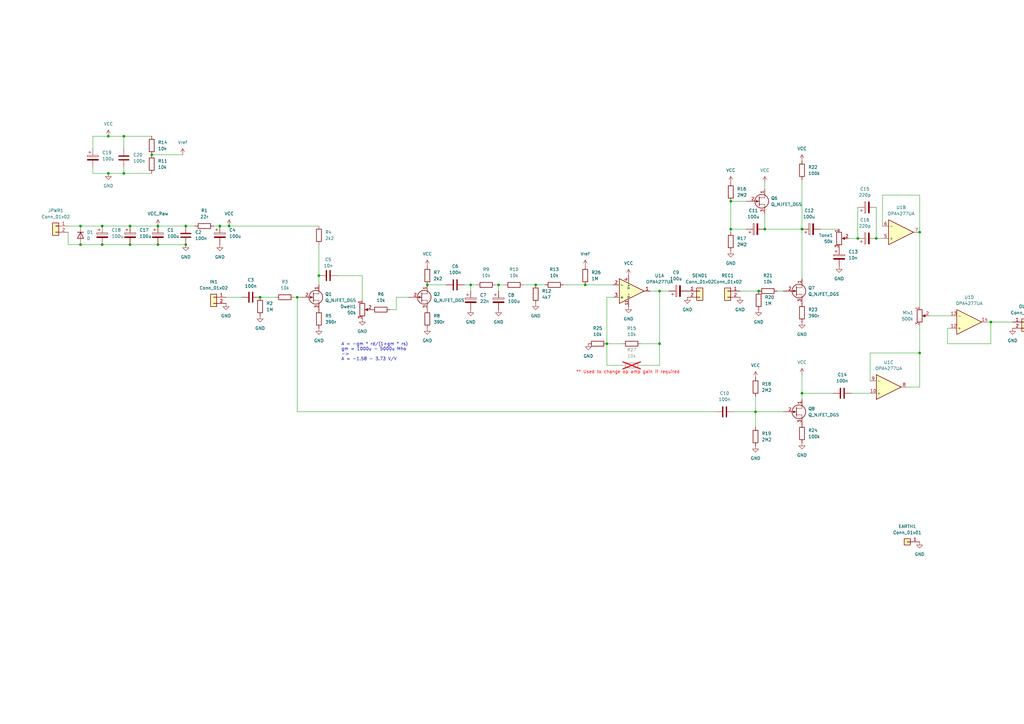
<source format=kicad_sch>
(kicad_sch (version 20231120) (generator "eeschema") (generator_version "8.0")
  (paper "A3")
  (lib_symbols
    (symbol "Connector_Generic:Conn_01x01" (pin_names (offset 1.016) hide)
      (property "Reference" "J" (at 0 2.54 0))
      (property "Value" "Conn_01x01" (at 0 -2.54 0))
      (symbol "Conn_01x01_1_1"
        (rectangle (start -1.27 0.127) (end 0 -0.127) (stroke (width 0.1524)))
        (rectangle (start -1.27 1.27) (end 1.27 -1.27) (stroke (width 0.254)) (fill (type background)))
        (pin passive line (at -5.08 0 0) (length 3.81) (name "Pin_1") (number "1"))
      )
    )
    (symbol "Device:C" (pin_numbers hide) (pin_names (offset 0.254))
      (property "Reference" "C" (at 0.635 2.54 0))
      (property "Value" "C" (at 0.635 -2.54 0))
      (symbol "C_0_1"
        (polyline (pts (xy -2.032 -0.762) (xy 2.032 -0.762)) (stroke (width 0.508)))
        (polyline (pts (xy -2.032 0.762) (xy 2.032 0.762)) (stroke (width 0.508)))
      )
      (symbol "C_1_1"
        (pin passive line (at 0 3.81 270) (length 2.794) (name "~") (number "1"))
        (pin passive line (at 0 -3.81 90) (length 2.794) (name "~") (number "2"))
      )
    )
    (symbol "Device:C_Polarized" (pin_numbers hide) (pin_names (offset 0.254))
      (property "Reference" "C" (at 0.635 2.54 0))
      (property "Value" "C_Polarized" (at 0.635 -2.54 0))
      (symbol "C_Polarized_0_1"
        (rectangle (start -2.286 0.508) (end 2.286 1.016))
        (polyline (pts (xy -1.778 2.286) (xy -0.762 2.286)))
        (polyline (pts (xy -1.27 2.794) (xy -1.27 1.778)))
        (rectangle (start 2.286 -0.508) (end -2.286 -1.016) (fill (type outline)))
      )
      (symbol "C_Polarized_1_1"
        (pin passive line (at 0 3.81 270) (length 2.794) (name "~") (number "1"))
        (pin passive line (at 0 -3.81 90) (length 2.794) (name "~") (number "2"))
      )
    )
    (symbol "Device:D" (pin_numbers hide) (pin_names (offset 1.016) hide)
      (property "Reference" "D" (at 0 2.54 0))
      (property "Value" "D" (at 0 -2.54 0))
      (symbol "D_0_1"
        (polyline (pts (xy -1.27 1.27) (xy -1.27 -1.27)) (stroke (width 0.254)))
        (polyline (pts (xy 1.27 0) (xy -1.27 0)))
        (polyline (pts (xy 1.27 1.27) (xy 1.27 -1.27) (xy -1.27 0) (xy 1.27 1.27)) (stroke (width 0.254)))
      )
      (symbol "D_1_1"
        (pin passive line (at -3.81 0 0) (length 2.54) (name "K") (number "1"))
        (pin passive line (at 3.81 0 180) (length 2.54) (name "A") (number "2"))
      )
    )
    (symbol "Device:Q_NJFET_DGS" (pin_names (offset 0) hide)
      (property "Reference" "Q" (at 5.08 1.27 0))
      (property "Value" "Q_NJFET_DGS" (at 5.08 -1.27 0))
      (symbol "Q_NJFET_DGS_0_1"
        (polyline (pts (xy 0.254 1.905) (xy 0.254 -1.905) (xy 0.254 -1.905)) (stroke (width 0.254)))
        (polyline (pts (xy 2.54 -2.54) (xy 2.54 -1.27) (xy 0.254 -1.27)))
        (polyline (pts (xy 2.54 2.54) (xy 2.54 1.397) (xy 0.254 1.397)))
        (polyline (pts (xy 0 0) (xy -1.016 0.381) (xy -1.016 -0.381) (xy 0 0)) (fill (type outline)))
        (circle (center 1.27 0) (radius 2.8194) (stroke (width 0.254)))
      )
      (symbol "Q_NJFET_DGS_1_1"
        (pin passive line (at 2.54 5.08 270) (length 2.54) (name "D") (number "1"))
        (pin input line (at -5.08 0 0) (length 5.334) (name "G") (number "2"))
        (pin passive line (at 2.54 -5.08 90) (length 2.54) (name "S") (number "3"))
      )
    )
    (symbol "Device:R" (pin_numbers hide) (pin_names (offset 0))
      (property "Reference" "R" (at 2.032 0 90))
      (property "Value" "R" (at 0 0 90))
      (symbol "R_0_1"
        (rectangle (start -1.016 -2.54) (end 1.016 2.54) (stroke (width 0.254)))
      )
      (symbol "R_1_1"
        (pin passive line (at 0 3.81 270) (length 1.27) (name "~") (number "1"))
        (pin passive line (at 0 -3.81 90) (length 1.27) (name "~") (number "2"))
      )
    )
    (symbol "Device:R_Potentiometer" (pin_names (offset 1.016) hide)
      (property "Reference" "RV" (at -4.445 0 90))
      (property "Value" "R_Potentiometer" (at -2.54 0 90))
      (symbol "R_Potentiometer_0_1"
        (polyline (pts (xy 2.54 0) (xy 1.524 0)))
        (polyline (pts (xy 1.143 0) (xy 2.286 0.508) (xy 2.286 -0.508) (xy 1.143 0)) (fill (type outline)))
        (rectangle (start 1.016 2.54) (end -1.016 -2.54) (stroke (width 0.254)))
      )
      (symbol "R_Potentiometer_1_1"
        (pin passive line (at 0 3.81 270) (length 1.27) (name "1") (number "1"))
        (pin passive line (at 3.81 0 180) (length 1.27) (name "2") (number "2"))
        (pin passive line (at 0 -3.81 90) (length 1.27) (name "3") (number "3"))
      )
    )
    (symbol "PCM_4ms_Connector:Conn_01x02" (pin_names (offset 1.016) hide)
      (property "Reference" "J" (at 0 2.54 0))
      (property "Value" "Conn_01x02" (at 0 -5.08 0))
      (symbol "Conn_01x02_1_1"
        (rectangle (start -1.27 -2.413) (end 0 -2.667) (stroke (width 0.1524)))
        (rectangle (start -1.27 0.127) (end 0 -0.127) (stroke (width 0.1524)))
        (rectangle (start -1.27 1.27) (end 1.27 -3.81) (stroke (width 0.254)) (fill (type background)))
        (pin passive line (at -5.08 0 0) (length 3.81) (name "Pin_1") (number "1"))
        (pin passive line (at -5.08 -2.54 0) (length 3.81) (name "Pin_2") (number "2"))
      )
    )
    (symbol "PCM_Amplifier_Operational_AKL:OPA4277UA" (pin_names (offset 0.2))
      (property "Reference" "U" (at 1.27 7.62 0))
      (property "Value" "OPA4277UA" (at 1.27 5.08 0))
      (symbol "OPA4277UA_0_1"
        (polyline (pts (xy -3.81 5.08) (xy -3.81 -5.08) (xy 6.35 0) (xy -3.81 5.08)) (stroke (width 0.254)) (fill (type background)))
      )
      (symbol "OPA4277UA_1_1"
        (pin output line (at 8.89 0 180) (length 2.54) (name "~") (number "1"))
        (pin power_in line (at 0 -6.35 90) (length 3.18) (name "V-") (number "11"))
        (pin input line (at -6.35 2.54 0) (length 2.54) (name "-") (number "2"))
        (pin input line (at -6.35 -2.54 0) (length 2.54) (name "+") (number "3"))
        (pin power_in line (at 0 6.35 270) (length 3.18) (name "V+") (number "4"))
      )
      (symbol "OPA4277UA_2_1"
        (pin input line (at -6.35 -2.54 0) (length 2.54) (name "+") (number "5"))
        (pin input line (at -6.35 2.54 0) (length 2.54) (name "-") (number "6"))
        (pin output line (at 8.89 0 180) (length 2.54) (name "~") (number "7"))
      )
      (symbol "OPA4277UA_3_1"
        (pin input line (at -6.35 -2.54 0) (length 2.54) (name "+") (number "10"))
        (pin output line (at 8.89 0 180) (length 2.54) (name "~") (number "8"))
        (pin input line (at -6.35 2.54 0) (length 2.54) (name "-") (number "9"))
      )
      (symbol "OPA4277UA_4_1"
        (pin input line (at -6.35 -2.54 0) (length 2.54) (name "+") (number "12"))
        (pin input line (at -6.35 2.54 0) (length 2.54) (name "-") (number "13"))
        (pin output line (at 8.89 0 180) (length 2.54) (name "~") (number "14"))
      )
    )
    (symbol "power:GND" (power) (pin_numbers hide) (pin_names (offset 0) hide)
      (property "Value" "GND" (at 0 -3.81 0))
      (symbol "GND_0_1"
        (polyline (pts (xy 0 0) (xy 0 -1.27) (xy 1.27 -1.27) (xy 0 -2.54) (xy -1.27 -1.27) (xy 0 -1.27)))
      )
      (symbol "GND_1_1"
        (pin power_in line (at 0 0 270) (length 0) (name "~") (number "1"))
      )
    )
    (symbol "power:VCC" (power) (pin_numbers hide) (pin_names (offset 0) hide)
      (property "Value" "VCC" (at 0 3.556 0))
      (symbol "VCC_0_1"
        (polyline (pts (xy -0.762 1.27) (xy 0 2.54)))
        (polyline (pts (xy 0 0) (xy 0 2.54)))
        (polyline (pts (xy 0 2.54) (xy 0.762 1.27)))
      )
      (symbol "VCC_1_1"
        (pin power_in line (at 0 0 90) (length 0) (name "~") (number "1"))
      )
    )
  )
  (junction (at 311.15 119.38))
  (junction (at 248.92 140.97))
  (junction (at 130.81 113.03))
  (junction (at 359.41 97.79))
  (junction (at 240.03 116.84))
  (junction (at 377.19 95.25))
  (junction (at 50.8 55.88))
  (junction (at 64.77 100.33))
  (junction (at 41.91 92.71))
  (junction (at 351.79 97.79))
  (junction (at 33.02 100.33))
  (junction (at 328.93 161.29))
  (junction (at 90.17 92.71))
  (junction (at 270.51 140.97))
  (junction (at 62.23 63.5))
  (junction (at 50.8 71.12))
  (junction (at 328.93 93.98))
  (junction (at 299.72 82.55))
  (junction (at 219.71 116.84))
  (junction (at 406.4 132.08))
  (junction (at 44.45 55.88))
  (junction (at 53.34 92.71))
  (junction (at 44.45 71.12))
  (junction (at 93.98 92.71))
  (junction (at 76.2 92.71))
  (junction (at 121.92 121.92))
  (junction (at 299.72 93.98))
  (junction (at 33.02 92.71))
  (junction (at 313.69 93.98))
  (junction (at 309.88 168.91))
  (junction (at 76.2 100.33))
  (junction (at 53.34 100.33))
  (junction (at 41.91 100.33))
  (junction (at 377.19 144.78))
  (junction (at 193.04 116.84))
  (junction (at 64.77 92.71))
  (junction (at 106.68 121.92))
  (junction (at 270.51 119.38))
  (junction (at 204.47 116.84))
  (junction (at 175.26 116.84))
  (wire (pts (xy 92.71 121.92) (xy 99.06 121.92)))
  (wire (pts (xy 248.92 149.86) (xy 248.92 140.97)))
  (wire (pts (xy 309.88 168.91) (xy 309.88 175.26)))
  (wire (pts (xy 389.89 134.62) (xy 388.62 134.62)))
  (wire (pts (xy 359.41 85.09) (xy 359.41 97.79)))
  (wire (pts (xy 41.91 92.71) (xy 33.02 92.71)))
  (wire (pts (xy 219.71 116.84) (xy 214.63 116.84)))
  (wire (pts (xy 148.59 123.19) (xy 148.59 113.03)))
  (wire (pts (xy 223.52 116.84) (xy 219.71 116.84)))
  (wire (pts (xy 347.98 97.79) (xy 351.79 97.79)))
  (wire (pts (xy 356.87 156.21) (xy 356.87 144.78)))
  (wire (pts (xy 41.91 100.33) (xy 53.34 100.33)))
  (wire (pts (xy 50.8 71.12) (xy 62.23 71.12)))
  (wire (pts (xy 351.79 85.09) (xy 351.79 97.79)))
  (wire (pts (xy 311.15 119.38) (xy 303.53 119.38)))
  (wire (pts (xy 113.03 121.92) (xy 106.68 121.92)))
  (wire (pts (xy 93.98 92.71) (xy 130.81 92.71)))
  (wire (pts (xy 76.2 92.71) (xy 80.01 92.71)))
  (wire (pts (xy 193.04 116.84) (xy 193.04 119.38)))
  (wire (pts (xy 64.77 100.33) (xy 76.2 100.33)))
  (wire (pts (xy 44.45 55.88) (xy 50.8 55.88)))
  (wire (pts (xy 274.32 119.38) (xy 270.51 119.38)))
  (wire (pts (xy 121.92 121.92) (xy 120.65 121.92)))
  (wire (pts (xy 53.34 92.71) (xy 41.91 92.71)))
  (wire (pts (xy 27.94 100.33) (xy 33.02 100.33)))
  (wire (pts (xy 162.56 127) (xy 160.02 127)))
  (wire (pts (xy 148.59 113.03) (xy 138.43 113.03)))
  (wire (pts (xy 93.98 92.71) (xy 90.17 92.71)))
  (wire (pts (xy 207.01 116.84) (xy 204.47 116.84)))
  (wire (pts (xy 328.93 161.29) (xy 328.93 163.83)))
  (wire (pts (xy 262.89 140.97) (xy 270.51 140.97)))
  (wire (pts (xy 204.47 116.84) (xy 204.47 119.38)))
  (wire (pts (xy 262.89 149.86) (xy 270.51 149.86)))
  (wire (pts (xy 90.17 92.71) (xy 87.63 92.71)))
  (wire (pts (xy 361.95 80.01) (xy 377.19 80.01)))
  (wire (pts (xy 123.19 121.92) (xy 121.92 121.92)))
  (wire (pts (xy 27.94 95.25) (xy 27.94 100.33)))
  (wire (pts (xy 377.19 133.35) (xy 377.19 144.78)))
  (wire (pts (xy 33.02 92.71) (xy 27.94 92.71)))
  (wire (pts (xy 50.8 55.88) (xy 62.23 55.88)))
  (wire (pts (xy 313.69 93.98) (xy 328.93 93.98)))
  (wire (pts (xy 344.17 93.98) (xy 336.55 93.98)))
  (wire (pts (xy 130.81 100.33) (xy 130.81 113.03)))
  (wire (pts (xy 313.69 93.98) (xy 313.69 87.63)))
  (wire (pts (xy 64.77 92.71) (xy 53.34 92.71)))
  (wire (pts (xy 306.07 82.55) (xy 299.72 82.55)))
  (wire (pts (xy 240.03 116.84) (xy 251.46 116.84)))
  (wire (pts (xy 50.8 60.96) (xy 50.8 55.88)))
  (wire (pts (xy 53.34 100.33) (xy 64.77 100.33)))
  (wire (pts (xy 406.4 132.08) (xy 405.13 132.08)))
  (wire (pts (xy 182.88 116.84) (xy 175.26 116.84)))
  (wire (pts (xy 299.72 93.98) (xy 306.07 93.98)))
  (wire (pts (xy 377.19 144.78) (xy 377.19 158.75)))
  (wire (pts (xy 328.93 93.98) (xy 328.93 114.3)))
  (wire (pts (xy 38.1 60.96) (xy 38.1 55.88)))
  (wire (pts (xy 321.31 119.38) (xy 318.77 119.38)))
  (wire (pts (xy 328.93 73.66) (xy 328.93 93.98)))
  (wire (pts (xy 270.51 119.38) (xy 270.51 140.97)))
  (wire (pts (xy 361.95 92.71) (xy 361.95 80.01)))
  (wire (pts (xy 270.51 119.38) (xy 266.7 119.38)))
  (wire (pts (xy 293.37 168.91) (xy 121.92 168.91)))
  (wire (pts (xy 38.1 68.58) (xy 38.1 71.12)))
  (wire (pts (xy 299.72 93.98) (xy 299.72 95.25)))
  (wire (pts (xy 377.19 158.75) (xy 372.11 158.75)))
  (wire (pts (xy 270.51 149.86) (xy 270.51 140.97)))
  (wire (pts (xy 44.45 71.12) (xy 50.8 71.12)))
  (wire (pts (xy 388.62 140.97) (xy 406.4 140.97)))
  (wire (pts (xy 356.87 144.78) (xy 377.19 144.78)))
  (wire (pts (xy 381 129.54) (xy 389.89 129.54)))
  (wire (pts (xy 50.8 68.58) (xy 50.8 71.12)))
  (wire (pts (xy 130.81 113.03) (xy 130.81 116.84)))
  (wire (pts (xy 377.19 95.25) (xy 377.19 125.73)))
  (wire (pts (xy 38.1 55.88) (xy 44.45 55.88)))
  (wire (pts (xy 406.4 132.08) (xy 415.29 132.08)))
  (wire (pts (xy 62.23 63.5) (xy 74.93 63.5)))
  (wire (pts (xy 328.93 153.67) (xy 328.93 161.29)))
  (wire (pts (xy 299.72 82.55) (xy 299.72 93.98)))
  (wire (pts (xy 309.88 168.91) (xy 321.31 168.91)))
  (wire (pts (xy 313.69 74.93) (xy 313.69 77.47)))
  (wire (pts (xy 248.92 121.92) (xy 251.46 121.92)))
  (wire (pts (xy 167.64 121.92) (xy 162.56 121.92)))
  (wire (pts (xy 204.47 116.84) (xy 203.2 116.84)))
  (wire (pts (xy 255.27 140.97) (xy 248.92 140.97)))
  (wire (pts (xy 193.04 116.84) (xy 195.58 116.84)))
  (wire (pts (xy 162.56 121.92) (xy 162.56 127)))
  (wire (pts (xy 377.19 80.01) (xy 377.19 95.25)))
  (wire (pts (xy 231.14 116.84) (xy 240.03 116.84)))
  (wire (pts (xy 64.77 92.71) (xy 76.2 92.71)))
  (wire (pts (xy 93.98 92.71) (xy 93.98 91.44)))
  (wire (pts (xy 121.92 168.91) (xy 121.92 121.92)))
  (wire (pts (xy 356.87 161.29) (xy 349.25 161.29)))
  (wire (pts (xy 300.99 168.91) (xy 309.88 168.91)))
  (wire (pts (xy 406.4 132.08) (xy 406.4 140.97)))
  (wire (pts (xy 193.04 116.84) (xy 190.5 116.84)))
  (wire (pts (xy 38.1 71.12) (xy 44.45 71.12)))
  (wire (pts (xy 309.88 162.56) (xy 309.88 168.91)))
  (wire (pts (xy 33.02 100.33) (xy 41.91 100.33)))
  (wire (pts (xy 255.27 149.86) (xy 248.92 149.86)))
  (wire (pts (xy 341.63 161.29) (xy 328.93 161.29)))
  (wire (pts (xy 388.62 134.62) (xy 388.62 140.97)))
  (wire (pts (xy 361.95 97.79) (xy 359.41 97.79)))
  (wire (pts (xy 248.92 121.92) (xy 248.92 140.97)))
  (text "** Used to change op amp gain if required\n" (at 257.556 152.654 0) (effects (font (size 1.27 1.27))))
  (text "A = -gm * rd/(1+gm * rs)\ngm = 1000u - 5000u Mho\n->\nA = -1.58 - 3.73 V/V" (at 139.954 144.272 0) (effects (font (size 1.27 1.27)) (justify left)))
  (symbol (lib_id "Device:C_Polarized") (at 309.88 93.98 90) (unit 1)
    (property "Reference" "C11" (at 308.991 86.36 90))
    (property "Value" "100u" (at 308.991 88.9 90))
    (property "Footprint" "Capacitor_SMD:C_0805_2012Metric_Pad1.18x1.45mm_HandSolder" (effects (hide yes)))
    (property "Description" "Polarized capacitor" (effects (hide yes)))
  )
  (symbol (lib_id "power:GND") (at 106.68 129.54 0) (unit 1)
    (property "Reference" "#PWR04" (effects (hide yes)))
    (property "Value" "GND" (at 106.68 134.62 0))
    (property "Description" "Power symbol creates a global label with name \"GND\" , ground" (effects (hide yes)))
  )
  (symbol (lib_id "Device:R") (at 328.93 177.8 180) (unit 1)
    (property "Reference" "R24" (at 331.47 176.5299 0) (effects (justify right)))
    (property "Value" "100k" (at 331.47 179.0699 0) (effects (justify right)))
    (property "Footprint" "Resistor_SMD:R_0815_2038Metric_Pad1.20x4.05mm_HandSolder" (effects (hide yes)))
    (property "Description" "Resistor" (effects (hide yes)))
  )
  (symbol (lib_id "power:VCC") (at 240.03 109.22 0) (unit 1)
    (property "Reference" "#PWR017" (effects (hide yes)))
    (property "Value" "Vref" (at 240.03 104.14 0))
    (property "Description" "Power symbol creates a global label with name \"VCC\"" (effects (hide yes)))
  )
  (symbol (lib_id "Device:R") (at 62.23 59.69 0) (unit 1)
    (property "Reference" "R14" (at 64.77 58.4199 0) (effects (justify left)))
    (property "Value" "10k" (at 64.77 60.9599 0) (effects (justify left)))
    (property "Footprint" "Resistor_SMD:R_0815_2038Metric_Pad1.20x4.05mm_HandSolder" (effects (hide yes)))
    (property "Description" "Resistor" (effects (hide yes)))
  )
  (symbol (lib_id "Device:C_Polarized") (at 278.13 119.38 90) (unit 1)
    (property "Reference" "C9" (at 277.241 111.76 90))
    (property "Value" "100u" (at 277.241 114.3 90))
    (property "Footprint" "Capacitor_SMD:C_0805_2012Metric_Pad1.18x1.45mm_HandSolder" (effects (hide yes)))
    (property "Description" "Polarized capacitor" (effects (hide yes)))
  )
  (symbol (lib_id "Device:Q_NJFET_DGS") (at 172.72 121.92 0) (unit 1)
    (property "Reference" "Q2" (at 177.8 120.6499 0) (effects (justify left)))
    (property "Value" "Q_NJFET_DGS" (at 177.8 123.1899 0) (effects (justify left)))
    (property "Footprint" "PCM_Package_TO_SOT_SMD_AKL:SOT-23" (effects (hide yes)))
    (property "Description" "N-JFET transistor, drain/gate/source" (effects (hide yes)))
  )
  (symbol (lib_id "power:VCC") (at 328.93 66.04 0) (unit 1)
    (property "Reference" "#PWR026" (effects (hide yes)))
    (property "Value" "VCC" (at 328.93 60.96 0))
    (property "Description" "Power symbol creates a global label with name \"VCC\"" (effects (hide yes)))
  )
  (symbol (lib_id "power:GND") (at 299.72 102.87 0) (unit 1)
    (property "Reference" "#PWR020" (effects (hide yes)))
    (property "Value" "GND" (at 299.72 107.95 0))
    (property "Description" "Power symbol creates a global label with name \"GND\" , ground" (effects (hide yes)))
  )
  (symbol (lib_id "power:GND") (at 90.17 100.33 0) (unit 1)
    (property "Reference" "#PWR05" (effects (hide yes)))
    (property "Value" "GND" (at 90.17 105.41 0))
    (property "Description" "Power symbol creates a global label with name \"GND\" , ground" (effects (hide yes)))
  )
  (symbol (lib_id "Device:C") (at 102.87 121.92 90) (unit 1)
    (property "Reference" "C3" (at 102.87 114.8224 90))
    (property "Value" "100n" (at 102.87 117.3624 90))
    (property "Footprint" "Capacitor_SMD:C_0805_2012Metric_Pad1.18x1.45mm_HandSolder" (effects (hide yes)))
    (property "Description" "Unpolarized capacitor" (effects (hide yes)))
  )
  (symbol (lib_id "Device:C_Polarized") (at 38.1 64.77 0) (unit 1)
    (property "Reference" "C19" (at 41.91 62.6109 0) (effects (justify left)))
    (property "Value" "100u" (at 41.91 65.1509 0) (effects (justify left)))
    (property "Footprint" "Capacitor_SMD:C_0805_2012Metric_Pad1.18x1.45mm_HandSolder" (effects (hide yes)))
    (property "Description" "Polarized capacitor" (effects (hide yes)))
  )
  (symbol (lib_id "power:GND") (at 303.53 121.92 0) (unit 1)
    (property "Reference" "#PWR021" (effects (hide yes)))
    (property "Value" "GND" (at 303.53 127 0))
    (property "Description" "Power symbol creates a global label with name \"GND\" , ground" (effects (hide yes)))
  )
  (symbol (lib_id "power:GND") (at 219.71 124.46 0) (unit 1)
    (property "Reference" "#PWR015" (effects (hide yes)))
    (property "Value" "GND" (at 219.71 129.54 0))
    (property "Description" "Power symbol creates a global label with name \"GND\" , ground" (effects (hide yes)))
  )
  (symbol (lib_id "Device:C") (at 76.2 96.52 0) (unit 1)
    (property "Reference" "C2" (at 80.01 95.2499 0) (effects (justify left)))
    (property "Value" "100n" (at 80.01 97.7899 0) (effects (justify left)))
    (property "Footprint" "Capacitor_SMD:C_0805_2012Metric_Pad1.18x1.45mm_HandSolder" (effects (hide yes)))
    (property "Description" "Unpolarized capacitor" (effects (hide yes)))
  )
  (symbol (lib_id "Device:C_Polarized") (at 90.17 96.52 0) (unit 1)
    (property "Reference" "C4" (at 93.98 94.3609 0) (effects (justify left)))
    (property "Value" "100u" (at 93.98 96.9009 0) (effects (justify left)))
    (property "Footprint" "Capacitor_SMD:C_0805_2012Metric_Pad1.18x1.45mm_HandSolder" (effects (hide yes)))
    (property "Description" "Polarized capacitor" (effects (hide yes)))
  )
  (symbol (lib_id "PCM_4ms_Connector:Conn_01x02") (at 87.63 121.92 0) (mirror y) (unit 1)
    (property "Reference" "IN1" (at 87.63 115.57 0))
    (property "Value" "Conn_01x02" (at 87.63 118.11 0))
    (property "Footprint" "Connector_PinSocket_2.54mm:PinSocket_1x02_P2.54mm_Vertical" (effects (hide yes)))
    (property "Description" "HEADER 1x2 MALE PINS 0.100” 180deg" (effects (hide yes)))
    (property "Specifications" "Pins_01x02, Header, Male Pins, 1*2, spacing 2.54mm, straight pin" (effects (hide yes)))
    (property "Manufacturer" "TAD" (effects (hide yes)))
    (property "Part Number" "1-0201FBV0T" (effects (hide yes)))
  )
  (symbol (lib_id "PCM_4ms_Connector:Conn_01x02") (at 420.37 132.08 0) (unit 1)
    (property "Reference" "OUT1" (at 420.37 125.73 0))
    (property "Value" "Conn_01x02" (at 420.37 128.27 0))
    (property "Footprint" "Connector_PinSocket_2.54mm:PinSocket_1x02_P2.54mm_Vertical" (effects (hide yes)))
    (property "Description" "HEADER 1x2 MALE PINS 0.100” 180deg" (effects (hide yes)))
    (property "Specifications" "Pins_01x02, Header, Male Pins, 1*2, spacing 2.54mm, straight pin" (effects (hide yes)))
    (property "Manufacturer" "TAD" (effects (hide yes)))
    (property "Part Number" "1-0201FBV0T" (effects (hide yes)))
  )
  (symbol (lib_id "Device:Q_NJFET_DGS") (at 311.15 82.55 0) (unit 1)
    (property "Reference" "Q6" (at 316.23 81.2799 0) (effects (justify left)))
    (property "Value" "Q_NJFET_DGS" (at 316.23 83.8199 0) (effects (justify left)))
    (property "Footprint" "PCM_Package_TO_SOT_SMD_AKL:SOT-23" (effects (hide yes)))
    (property "Description" "N-JFET transistor, drain/gate/source" (effects (hide yes)))
  )
  (symbol (lib_id "Device:R") (at 227.33 116.84 270) (unit 1)
    (property "Reference" "R13" (at 227.33 110.49 90))
    (property "Value" "10k" (at 227.33 113.03 90))
    (property "Footprint" "Resistor_SMD:R_0815_2038Metric_Pad1.20x4.05mm_HandSolder" (effects (hide yes)))
    (property "Description" "Resistor" (effects (hide yes)))
  )
  (symbol (lib_id "power:VCC") (at 313.69 74.93 0) (unit 1)
    (property "Reference" "#PWR025" (effects (hide yes)))
    (property "Value" "VCC" (at 313.69 69.85 0))
    (property "Description" "Power symbol creates a global label with name \"VCC\"" (effects (hide yes)))
  )
  (symbol (lib_id "power:GND") (at 175.26 134.62 0) (unit 1)
    (property "Reference" "#PWR010" (effects (hide yes)))
    (property "Value" "GND" (at 175.26 139.7 0))
    (property "Description" "Power symbol creates a global label with name \"GND\" , ground" (effects (hide yes)))
  )
  (symbol (lib_id "Device:C_Polarized") (at 204.47 123.19 0) (unit 1)
    (property "Reference" "C8" (at 208.28 121.0309 0) (effects (justify left)))
    (property "Value" "100u" (at 208.28 123.5709 0) (effects (justify left)))
    (property "Footprint" "Capacitor_SMD:C_0805_2012Metric_Pad1.18x1.45mm_HandSolder" (effects (hide yes)))
    (property "Description" "Polarized capacitor" (effects (hide yes)))
  )
  (symbol (lib_id "Device:R") (at 219.71 120.65 0) (unit 1)
    (property "Reference" "R12" (at 222.25 119.3799 0) (effects (justify left)))
    (property "Value" "4k7" (at 222.25 121.9199 0) (effects (justify left)))
    (property "Footprint" "Resistor_SMD:R_0815_2038Metric_Pad1.20x4.05mm_HandSolder" (effects (hide yes)))
    (property "Description" "Resistor" (effects (hide yes)))
  )
  (symbol (lib_id "power:VCC") (at 328.93 153.67 0) (unit 1)
    (property "Reference" "#PWR028" (effects (hide yes)))
    (property "Value" "VCC" (at 328.93 148.59 0))
    (property "Description" "Power symbol creates a global label with name \"VCC\"" (effects (hide yes)))
  )
  (symbol (lib_id "power:VCC") (at 93.98 92.71 0) (unit 1)
    (property "Reference" "#PWR06" (effects (hide yes)))
    (property "Value" "VCC" (at 93.98 87.63 0))
    (property "Description" "Power symbol creates a global label with name \"VCC\"" (effects (hide yes)))
  )
  (symbol (lib_id "Device:C_Polarized") (at 41.91 96.52 0) (unit 1)
    (property "Reference" "C18" (at 45.72 94.3609 0) (effects (justify left)))
    (property "Value" "100u" (at 45.72 96.9009 0) (effects (justify left)))
    (property "Footprint" "Capacitor_SMD:C_0805_2012Metric_Pad1.18x1.45mm_HandSolder" (effects (hide yes)))
    (property "Description" "Polarized capacitor" (effects (hide yes)))
  )
  (symbol (lib_id "power:GND") (at 309.88 182.88 0) (unit 1)
    (property "Reference" "#PWR023" (effects (hide yes)))
    (property "Value" "GND" (at 309.88 187.96 0))
    (property "Description" "Power symbol creates a global label with name \"GND\" , ground" (effects (hide yes)))
  )
  (symbol (lib_id "Device:R") (at 245.11 140.97 270) (unit 1)
    (property "Reference" "R25" (at 245.11 134.62 90))
    (property "Value" "10k" (at 245.11 137.16 90))
    (property "Footprint" "Resistor_SMD:R_0815_2038Metric_Pad1.20x4.05mm_HandSolder" (effects (hide yes)))
    (property "Description" "Resistor" (effects (hide yes)))
  )
  (symbol (lib_id "Device:R") (at 62.23 67.31 0) (unit 1)
    (property "Reference" "R11" (at 64.77 66.0399 0) (effects (justify left)))
    (property "Value" "10k" (at 64.77 68.5799 0) (effects (justify left)))
    (property "Footprint" "Resistor_SMD:R_0815_2038Metric_Pad1.20x4.05mm_HandSolder" (effects (hide yes)))
    (property "Description" "Resistor" (effects (hide yes)))
  )
  (symbol (lib_id "Device:R") (at 311.15 123.19 180) (unit 1)
    (property "Reference" "R20" (at 313.69 121.9199 0) (effects (justify right)))
    (property "Value" "1M" (at 313.69 124.4599 0) (effects (justify right)))
    (property "Footprint" "Resistor_SMD:R_0815_2038Metric_Pad1.20x4.05mm_HandSolder" (effects (hide yes)))
    (property "Description" "Resistor" (effects (hide yes)))
  )
  (symbol (lib_id "Device:R") (at 309.88 158.75 180) (unit 1)
    (property "Reference" "R18" (at 312.42 157.4799 0) (effects (justify right)))
    (property "Value" "2M2" (at 312.42 160.0199 0) (effects (justify right)))
    (property "Footprint" "Resistor_SMD:R_0815_2038Metric_Pad1.20x4.05mm_HandSolder" (effects (hide yes)))
    (property "Description" "Resistor" (effects (hide yes)))
  )
  (symbol (lib_id "Device:Q_NJFET_DGS") (at 326.39 119.38 0) (unit 1)
    (property "Reference" "Q7" (at 331.47 118.1099 0) (effects (justify left)))
    (property "Value" "Q_NJFET_DGS" (at 331.47 120.6499 0) (effects (justify left)))
    (property "Footprint" "PCM_Package_TO_SOT_SMD_AKL:SOT-23" (effects (hide yes)))
    (property "Description" "N-JFET transistor, drain/gate/source" (effects (hide yes)))
  )
  (symbol (lib_id "power:VCC") (at 309.88 154.94 0) (unit 1)
    (property "Reference" "#PWR022" (effects (hide yes)))
    (property "Value" "VCC" (at 309.88 149.86 0))
    (property "Description" "Power symbol creates a global label with name \"VCC\"" (effects (hide yes)))
  )
  (symbol (lib_id "Device:R") (at 299.72 99.06 180) (unit 1)
    (property "Reference" "R17" (at 302.26 97.7899 0) (effects (justify right)))
    (property "Value" "2M2" (at 302.26 100.3299 0) (effects (justify right)))
    (property "Footprint" "Resistor_SMD:R_0815_2038Metric_Pad1.20x4.05mm_HandSolder" (effects (hide yes)))
    (property "Description" "Resistor" (effects (hide yes)))
  )
  (symbol (lib_id "Device:R") (at 106.68 125.73 180) (unit 1)
    (property "Reference" "R2" (at 109.22 124.4599 0) (effects (justify right)))
    (property "Value" "1M" (at 109.22 126.9999 0) (effects (justify right)))
    (property "Footprint" "Resistor_SMD:R_0815_2038Metric_Pad1.20x4.05mm_HandSolder" (effects (hide yes)))
    (property "Description" "Resistor" (effects (hide yes)))
  )
  (symbol (lib_id "Device:C_Polarized") (at 344.17 105.41 0) (unit 1)
    (property "Reference" "C13" (at 347.98 103.2509 0) (effects (justify left)))
    (property "Value" "10n" (at 347.98 105.7909 0) (effects (justify left)))
    (property "Footprint" "Capacitor_SMD:C_0805_2012Metric_Pad1.18x1.45mm_HandSolder" (effects (hide yes)))
    (property "Description" "Polarized capacitor" (effects (hide yes)))
  )
  (symbol (lib_id "Device:R") (at 156.21 127 270) (unit 1)
    (property "Reference" "R6" (at 156.21 120.65 90))
    (property "Value" "10k" (at 156.21 123.19 90))
    (property "Footprint" "Resistor_SMD:R_0815_2038Metric_Pad1.20x4.05mm_HandSolder" (effects (hide yes)))
    (property "Description" "Resistor" (effects (hide yes)))
  )
  (symbol (lib_id "power:VCC") (at 299.72 74.93 0) (unit 1)
    (property "Reference" "#PWR019" (effects (hide yes)))
    (property "Value" "VCC" (at 299.72 69.85 0))
    (property "Description" "Power symbol creates a global label with name \"VCC\"" (effects (hide yes)))
  )
  (symbol (lib_id "Device:R") (at 175.26 130.81 180) (unit 1)
    (property "Reference" "R8" (at 177.8 129.5399 0) (effects (justify right)))
    (property "Value" "390r" (at 177.8 132.0799 0) (effects (justify right)))
    (property "Footprint" "Resistor_SMD:R_0815_2038Metric_Pad1.20x4.05mm_HandSolder" (effects (hide yes)))
    (property "Description" "Resistor" (effects (hide yes)))
  )
  (symbol (lib_id "Device:C") (at 186.69 116.84 90) (unit 1)
    (property "Reference" "C6" (at 186.69 109.22 90))
    (property "Value" "100n" (at 186.69 111.76 90))
    (property "Footprint" "Capacitor_SMD:C_0805_2012Metric_Pad1.18x1.45mm_HandSolder" (effects (hide yes)))
    (property "Description" "Unpolarized capacitor" (effects (hide yes)))
  )
  (symbol (lib_id "power:GND") (at 92.71 124.46 0) (unit 1)
    (property "Reference" "#PWR02" (effects (hide yes)))
    (property "Value" "GND" (at 92.71 129.54 0))
    (property "Description" "Power symbol creates a global label with name \"GND\" , ground" (effects (hide yes)))
  )
  (symbol (lib_id "power:GND") (at 241.3 140.97 0) (unit 1)
    (property "Reference" "#PWR016" (effects (hide yes)))
    (property "Value" "GND" (at 241.3 146.05 0))
    (property "Description" "Power symbol creates a global label with name \"GND\" , ground" (effects (hide yes)))
  )
  (symbol (lib_id "power:GND") (at 377.19 222.25 0) (unit 1)
    (property "Reference" "#PWR032" (effects (hide yes)))
    (property "Value" "GND" (at 377.19 227.33 0))
    (property "Description" "Power symbol creates a global label with name \"GND\" , ground" (effects (hide yes)))
  )
  (symbol (lib_id "PCM_Amplifier_Operational_AKL:OPA4277UA") (at 363.22 158.75 0) (unit 3)
    (property "Reference" "U1" (at 364.49 148.59 0))
    (property "Value" "OPA4277UA" (at 364.49 151.13 0))
    (property "Footprint" "PCM_Package_SO_AKL:SOIC-14_3.9x8.7mm_P1.27mm" (effects (hide yes)))
    (property "Datasheet" "https://www.ti.com/lit/ds/symlink/opa4277.pdf" (effects (hide yes)))
    (property "Description" "SO-14 Quad Precision Operational Amplifier, 50μV Offset, 1μV/°C Drift, 1MHz GBW, Alternate KiCAD Library" (effects (hide yes)))
  )
  (symbol (lib_id "PCM_4ms_Connector:Conn_01x02") (at 287.02 119.38 0) (unit 1)
    (property "Reference" "SEND1" (at 287.02 113.03 0))
    (property "Value" "Conn_01x02" (at 287.02 115.57 0))
    (property "Footprint" "Connector_PinSocket_2.54mm:PinSocket_1x02_P2.54mm_Vertical" (effects (hide yes)))
    (property "Description" "HEADER 1x2 MALE PINS 0.100” 180deg" (effects (hide yes)))
    (property "Specifications" "Pins_01x02, Header, Male Pins, 1*2, spacing 2.54mm, straight pin" (effects (hide yes)))
    (property "Manufacturer" "TAD" (effects (hide yes)))
    (property "Part Number" "1-0201FBV0T" (effects (hide yes)))
  )
  (symbol (lib_id "power:GND") (at 328.93 181.61 0) (unit 1)
    (property "Reference" "#PWR029" (effects (hide yes)))
    (property "Value" "GND" (at 328.93 186.69 0))
    (property "Description" "Power symbol creates a global label with name \"GND\" , ground" (effects (hide yes)))
  )
  (symbol (lib_id "Device:C") (at 134.62 113.03 90) (unit 1)
    (property "Reference" "C5" (at 134.62 106.458 90))
    (property "Value" "10n" (at 134.62 108.998 90))
    (property "Footprint" "Capacitor_SMD:C_0805_2012Metric_Pad1.18x1.45mm_HandSolder" (effects (hide yes)))
    (property "Description" "Unpolarized capacitor" (effects (hide yes)))
  )
  (symbol (lib_id "power:GND") (at 148.59 130.81 0) (unit 1)
    (property "Reference" "#PWR08" (effects (hide yes)))
    (property "Value" "GND" (at 148.59 135.89 0))
    (property "Description" "Power symbol creates a global label with name \"GND\" , ground" (effects (hide yes)))
  )
  (symbol (lib_id "PCM_Amplifier_Operational_AKL:OPA4277UA") (at 257.81 119.38 0) (unit 1)
    (property "Reference" "U1" (at 270.51 113.0614 0))
    (property "Value" "OPA4277UA" (at 270.51 115.6014 0))
    (property "Footprint" "PCM_Package_SO_AKL:SOIC-14_3.9x8.7mm_P1.27mm" (effects (hide yes)))
    (property "Datasheet" "https://www.ti.com/lit/ds/symlink/opa4277.pdf" (effects (hide yes)))
    (property "Description" "SO-14 Quad Precision Operational Amplifier, 50μV Offset, 1μV/°C Drift, 1MHz GBW, Alternate KiCAD Library" (effects (hide yes)))
  )
  (symbol (lib_id "Device:R") (at 175.26 113.03 180) (unit 1)
    (property "Reference" "R7" (at 177.8 111.7599 0) (effects (justify right)))
    (property "Value" "2k2" (at 177.8 114.2999 0) (effects (justify right)))
    (property "Footprint" "Resistor_SMD:R_0815_2038Metric_Pad1.20x4.05mm_HandSolder" (effects (hide yes)))
    (property "Description" "Resistor" (effects (hide yes)))
  )
  (symbol (lib_id "PCM_4ms_Connector:Conn_01x02") (at 298.45 119.38 0) (mirror y) (unit 1)
    (property "Reference" "REC1" (at 298.45 113.03 0))
    (property "Value" "Conn_01x02" (at 298.45 115.57 0))
    (property "Footprint" "Connector_PinSocket_2.54mm:PinSocket_1x02_P2.54mm_Vertical" (effects (hide yes)))
    (property "Description" "HEADER 1x2 MALE PINS 0.100” 180deg" (effects (hide yes)))
    (property "Specifications" "Pins_01x02, Header, Male Pins, 1*2, spacing 2.54mm, straight pin" (effects (hide yes)))
    (property "Manufacturer" "TAD" (effects (hide yes)))
    (property "Part Number" "1-0201FBV0T" (effects (hide yes)))
  )
  (symbol (lib_id "Device:R") (at 309.88 179.07 180) (unit 1)
    (property "Reference" "R19" (at 312.42 177.7999 0) (effects (justify right)))
    (property "Value" "2M2" (at 312.42 180.3399 0) (effects (justify right)))
    (property "Footprint" "Resistor_SMD:R_0815_2038Metric_Pad1.20x4.05mm_HandSolder" (effects (hide yes)))
    (property "Description" "Resistor" (effects (hide yes)))
  )
  (symbol (lib_id "Device:R") (at 328.93 128.27 180) (unit 1)
    (property "Reference" "R23" (at 331.47 126.9999 0) (effects (justify right)))
    (property "Value" "390r" (at 331.47 129.5399 0) (effects (justify right)))
    (property "Footprint" "Resistor_SMD:R_0815_2038Metric_Pad1.20x4.05mm_HandSolder" (effects (hide yes)))
    (property "Description" "Resistor" (effects (hide yes)))
  )
  (symbol (lib_id "Device:R") (at 314.96 119.38 270) (unit 1)
    (property "Reference" "R21" (at 314.96 113.03 90))
    (property "Value" "10k" (at 314.96 115.57 90))
    (property "Footprint" "Resistor_SMD:R_0815_2038Metric_Pad1.20x4.05mm_HandSolder" (effects (hide yes)))
    (property "Description" "Resistor" (effects (hide yes)))
  )
  (symbol (lib_id "Device:R") (at 299.72 78.74 180) (unit 1)
    (property "Reference" "R16" (at 302.26 77.4699 0) (effects (justify right)))
    (property "Value" "2M2" (at 302.26 80.0099 0) (effects (justify right)))
    (property "Footprint" "Resistor_SMD:R_0815_2038Metric_Pad1.20x4.05mm_HandSolder" (effects (hide yes)))
    (property "Description" "Resistor" (effects (hide yes)))
  )
  (symbol (lib_id "power:GND") (at 130.81 134.62 0) (unit 1)
    (property "Reference" "#PWR07" (effects (hide yes)))
    (property "Value" "GND" (at 130.81 139.7 0))
    (property "Description" "Power symbol creates a global label with name \"GND\" , ground" (effects (hide yes)))
  )
  (symbol (lib_id "power:VCC") (at 74.93 63.5 0) (unit 1)
    (property "Reference" "#PWR014" (effects (hide yes)))
    (property "Value" "Vref" (at 74.93 58.42 0))
    (property "Description" "Power symbol creates a global label with name \"VCC\"" (effects (hide yes)))
  )
  (symbol (lib_id "Device:R") (at 116.84 121.92 270) (unit 1)
    (property "Reference" "R3" (at 116.84 115.57 90))
    (property "Value" "10k" (at 116.84 118.11 90))
    (property "Footprint" "Resistor_SMD:R_0815_2038Metric_Pad1.20x4.05mm_HandSolder" (effects (hide yes)))
    (property "Description" "Resistor" (effects (hide yes)))
  )
  (symbol (lib_id "Device:R_Potentiometer") (at 344.17 97.79 0) (unit 1)
    (property "Reference" "Tone1" (at 341.63 96.5199 0) (effects (justify right)))
    (property "Value" "50k" (at 341.63 99.0599 0) (effects (justify right)))
    (property "Footprint" "PCM_4ms_Potentiometer:Pot_16mm_NoDet_RV16AF-4A" (effects (hide yes)))
    (property "Description" "Potentiometer" (effects (hide yes)))
  )
  (symbol (lib_id "PCM_Amplifier_Operational_AKL:OPA4277UA") (at 368.3 95.25 0) (unit 2)
    (property "Reference" "U1" (at 369.57 85.09 0))
    (property "Value" "OPA4277UA" (at 369.57 87.63 0))
    (property "Footprint" "PCM_Package_SO_AKL:SOIC-14_3.9x8.7mm_P1.27mm" (effects (hide yes)))
    (property "Datasheet" "https://www.ti.com/lit/ds/symlink/opa4277.pdf" (effects (hide yes)))
    (property "Description" "SO-14 Quad Precision Operational Amplifier, 50μV Offset, 1μV/°C Drift, 1MHz GBW, Alternate KiCAD Library" (effects (hide yes)))
  )
  (symbol (lib_id "power:GND") (at 281.94 121.92 0) (unit 1)
    (property "Reference" "#PWR013" (effects (hide yes)))
    (property "Value" "GND" (at 281.94 127 0))
    (property "Description" "Power symbol creates a global label with name \"GND\" , ground" (effects (hide yes)))
  )
  (symbol (lib_id "power:GND") (at 204.47 127 0) (unit 1)
    (property "Reference" "#PWR012" (effects (hide yes)))
    (property "Value" "GND" (at 204.47 132.08 0))
    (property "Description" "Power symbol creates a global label with name \"GND\" , ground" (effects (hide yes)))
  )
  (symbol (lib_id "power:VCC") (at 44.45 55.88 0) (unit 1)
    (property "Reference" "#PWR034" (effects (hide yes)))
    (property "Value" "VCC" (at 44.45 50.8 0))
    (property "Description" "Power symbol creates a global label with name \"VCC\"" (effects (hide yes)))
  )
  (symbol (lib_id "Device:R") (at 328.93 69.85 180) (unit 1)
    (property "Reference" "R22" (at 331.47 68.5799 0) (effects (justify right)))
    (property "Value" "100k" (at 331.47 71.1199 0) (effects (justify right)))
    (property "Footprint" "Resistor_SMD:R_0815_2038Metric_Pad1.20x4.05mm_HandSolder" (effects (hide yes)))
    (property "Description" "Resistor" (effects (hide yes)))
  )
  (symbol (lib_id "Device:Q_NJFET_DGS") (at 128.27 121.92 0) (unit 1)
    (property "Reference" "Q1" (at 133.35 120.6499 0) (effects (justify left)))
    (property "Value" "Q_NJFET_DGS" (at 133.35 123.1899 0) (effects (justify left)))
    (property "Footprint" "PCM_Package_TO_SOT_SMD_AKL:SOT-23" (effects (hide yes)))
    (property "Description" "N-JFET transistor, drain/gate/source" (effects (hide yes)))
  )
  (symbol (lib_id "Device:R") (at 259.08 140.97 270) (unit 1)
    (property "Reference" "R15" (at 259.08 134.62 90))
    (property "Value" "10k" (at 259.08 137.16 90))
    (property "Footprint" "Resistor_SMD:R_0815_2038Metric_Pad1.20x4.05mm_HandSolder" (effects (hide yes)))
    (property "Description" "Resistor" (effects (hide yes)))
  )
  (symbol (lib_id "PCM_Amplifier_Operational_AKL:OPA4277UA") (at 396.24 132.08 0) (unit 4)
    (property "Reference" "U1" (at 397.51 121.92 0))
    (property "Value" "OPA4277UA" (at 397.51 124.46 0))
    (property "Footprint" "PCM_Package_SO_AKL:SOIC-14_3.9x8.7mm_P1.27mm" (effects (hide yes)))
    (property "Datasheet" "https://www.ti.com/lit/ds/symlink/opa4277.pdf" (effects (hide yes)))
    (property "Description" "SO-14 Quad Precision Operational Amplifier, 50μV Offset, 1μV/°C Drift, 1MHz GBW, Alternate KiCAD Library" (effects (hide yes)))
  )
  (symbol (lib_id "power:GND") (at 193.04 127 0) (unit 1)
    (property "Reference" "#PWR011" (effects (hide yes)))
    (property "Value" "GND" (at 193.04 132.08 0))
    (property "Description" "Power symbol creates a global label with name \"GND\" , ground" (effects (hide yes)))
  )
  (symbol (lib_id "power:GND") (at 44.45 71.12 0) (unit 1)
    (property "Reference" "#PWR033" (effects (hide yes)))
    (property "Value" "GND" (at 44.45 76.2 0))
    (property "Description" "Power symbol creates a global label with name \"GND\" , ground" (effects (hide yes)))
  )
  (symbol (lib_id "Device:R") (at 83.82 92.71 90) (unit 1)
    (property "Reference" "R1" (at 83.82 86.36 90))
    (property "Value" "22r" (at 83.82 88.9 90))
    (property "Footprint" "Resistor_SMD:R_0815_2038Metric_Pad1.20x4.05mm_HandSolder" (effects (hide yes)))
    (property "Description" "Resistor" (effects (hide yes)))
  )
  (symbol (lib_id "power:GND") (at 415.29 134.62 0) (unit 1)
    (property "Reference" "#PWR018" (effects (hide yes)))
    (property "Value" "GND" (at 415.29 139.7 0))
    (property "Description" "Power symbol creates a global label with name \"GND\" , ground" (effects (hide yes)))
  )
  (symbol (lib_id "Device:C") (at 297.18 168.91 90) (unit 1)
    (property "Reference" "C10" (at 297.18 161.29 90))
    (property "Value" "100n" (at 297.18 163.83 90))
    (property "Footprint" "Capacitor_SMD:C_0805_2012Metric_Pad1.18x1.45mm_HandSolder" (effects (hide yes)))
    (property "Description" "Unpolarized capacitor" (effects (hide yes)))
  )
  (symbol (lib_id "Device:R") (at 130.81 130.81 180) (unit 1)
    (property "Reference" "R5" (at 133.35 129.5399 0) (effects (justify right)))
    (property "Value" "390r" (at 133.35 132.0799 0) (effects (justify right)))
    (property "Footprint" "Resistor_SMD:R_0815_2038Metric_Pad1.20x4.05mm_HandSolder" (effects (hide yes)))
    (property "Description" "Resistor" (effects (hide yes)))
  )
  (symbol (lib_id "power:GND") (at 76.2 100.33 0) (unit 1)
    (property "Reference" "#PWR03" (effects (hide yes)))
    (property "Value" "GND" (at 76.2 105.41 0))
    (property "Description" "Power symbol creates a global label with name \"GND\" , ground" (effects (hide yes)))
  )
  (symbol (lib_id "Device:D") (at 33.02 96.52 270) (unit 1)
    (property "Reference" "D1" (at 35.56 95.2499 90) (effects (justify left)))
    (property "Value" "D" (at 35.56 97.7899 90) (effects (justify left)))
    (property "Footprint" "Capacitor_SMD:C_0805_2012Metric_Pad1.18x1.45mm_HandSolder" (effects (hide yes)))
    (property "Description" "Diode" (effects (hide yes)))
    (property "Sim.Device" "D" (effects (hide yes)))
    (property "Sim.Pins" "1=K 2=A" (effects (hide yes)))
  )
  (symbol (lib_id "Device:Q_NJFET_DGS") (at 326.39 168.91 0) (unit 1)
    (property "Reference" "Q8" (at 331.47 167.6399 0) (effects (justify left)))
    (property "Value" "Q_NJFET_DGS" (at 331.47 170.1799 0) (effects (justify left)))
    (property "Footprint" "PCM_Package_TO_SOT_SMD_AKL:SOT-23" (effects (hide yes)))
    (property "Description" "N-JFET transistor, drain/gate/source" (effects (hide yes)))
  )
  (symbol (lib_id "power:VCC") (at 175.26 109.22 0) (unit 1)
    (property "Reference" "#PWR09" (effects (hide yes)))
    (property "Value" "VCC" (at 175.26 104.14 0))
    (property "Description" "Power symbol creates a global label with name \"VCC\"" (effects (hide yes)))
  )
  (symbol (lib_id "power:GND") (at 311.15 127 0) (unit 1)
    (property "Reference" "#PWR024" (effects (hide yes)))
    (property "Value" "GND" (at 311.15 132.08 0))
    (property "Description" "Power symbol creates a global label with name \"GND\" , ground" (effects (hide yes)))
  )
  (symbol (lib_id "Device:C") (at 50.8 64.77 0) (unit 1)
    (property "Reference" "C20" (at 54.61 63.4999 0) (effects (justify left)))
    (property "Value" "100n" (at 54.61 66.0399 0) (effects (justify left)))
    (property "Footprint" "Capacitor_SMD:C_0805_2012Metric_Pad1.18x1.45mm_HandSolder" (effects (hide yes)))
    (property "Description" "Unpolarized capacitor" (effects (hide yes)))
  )
  (symbol (lib_id "Device:C_Polarized") (at 193.04 123.19 0) (unit 1)
    (property "Reference" "C7" (at 196.85 121.0309 0) (effects (justify left)))
    (property "Value" "22n" (at 196.85 123.5709 0) (effects (justify left)))
    (property "Footprint" "Capacitor_SMD:C_0805_2012Metric_Pad1.18x1.45mm_HandSolder" (effects (hide yes)))
    (property "Description" "Polarized capacitor" (effects (hide yes)))
  )
  (symbol (lib_id "Device:R") (at 210.82 116.84 270) (unit 1)
    (property "Reference" "R10" (at 210.82 110.49 90))
    (property "Value" "10k" (at 210.82 113.03 90))
    (property "Footprint" "Resistor_SMD:R_0815_2038Metric_Pad1.20x4.05mm_HandSolder" (effects (hide yes)))
    (property "Description" "Resistor" (effects (hide yes)))
  )
  (symbol (lib_id "Device:C") (at 345.44 161.29 90) (unit 1)
    (property "Reference" "C14" (at 345.44 153.67 90))
    (property "Value" "100n" (at 345.44 156.21 90))
    (property "Footprint" "Capacitor_SMD:C_0805_2012Metric_Pad1.18x1.45mm_HandSolder" (effects (hide yes)))
    (property "Description" "Unpolarized capacitor" (effects (hide yes)))
  )
  (symbol (lib_id "Device:C_Polarized") (at 64.77 96.52 0) (unit 1)
    (property "Reference" "C1" (at 68.58 94.3609 0) (effects (justify left)))
    (property "Value" "100u" (at 68.58 96.9009 0) (effects (justify left)))
    (property "Footprint" "Capacitor_SMD:C_0805_2012Metric_Pad1.18x1.45mm_HandSolder" (effects (hide yes)))
    (property "Description" "Polarized capacitor" (effects (hide yes)))
  )
  (symbol (lib_id "Device:R") (at 130.81 96.52 180) (unit 1)
    (property "Reference" "R4" (at 133.35 95.2499 0) (effects (justify right)))
    (property "Value" "2k2" (at 133.35 97.7899 0) (effects (justify right)))
    (property "Footprint" "Resistor_SMD:R_0815_2038Metric_Pad1.20x4.05mm_HandSolder" (effects (hide yes)))
    (property "Description" "Resistor" (effects (hide yes)))
  )
  (symbol (lib_id "Device:C_Polarized") (at 53.34 96.52 0) (unit 1)
    (property "Reference" "C17" (at 57.15 94.3609 0) (effects (justify left)))
    (property "Value" "100u" (at 57.15 96.9009 0) (effects (justify left)))
    (property "Footprint" "Capacitor_SMD:C_0805_2012Metric_Pad1.18x1.45mm_HandSolder" (effects (hide yes)))
    (property "Description" "Polarized capacitor" (effects (hide yes)))
  )
  (symbol (lib_id "Connector_Generic:Conn_01x01") (at 372.11 222.25 180) (unit 1)
    (property "Reference" "EARTH1" (at 372.11 215.9 0))
    (property "Value" "Conn_01x01" (at 372.11 218.44 0))
    (property "Footprint" "Connector_PinHeader_2.54mm:PinHeader_1x01_P2.54mm_Vertical" (effects (hide yes)))
    (property "Description" "Generic connector, single row, 01x01, script generated (kicad-library-utils/schlib/autogen/connector/)" (effects (hide yes)))
  )
  (symbol (lib_id "PCM_4ms_Connector:Conn_01x02") (at 22.86 92.71 0) (mirror y) (unit 1)
    (property "Reference" "JPWR1" (at 22.86 86.36 0))
    (property "Value" "Conn_01x02" (at 22.86 88.9 0))
    (property "Footprint" "Connector_PinSocket_2.54mm:PinSocket_1x02_P2.54mm_Vertical" (effects (hide yes)))
    (property "Description" "HEADER 1x2 MALE PINS 0.100” 180deg" (effects (hide yes)))
    (property "Specifications" "Pins_01x02, Header, Male Pins, 1*2, spacing 2.54mm, straight pin" (effects (hide yes)))
    (property "Manufacturer" "TAD" (effects (hide yes)))
    (property "Part Number" "1-0201FBV0T" (effects (hide yes)))
  )
  (symbol (lib_id "Device:C_Polarized") (at 355.6 85.09 90) (unit 1)
    (property "Reference" "C15" (at 354.711 77.47 90))
    (property "Value" "220p" (at 354.711 80.01 90))
    (property "Footprint" "Capacitor_SMD:C_0805_2012Metric_Pad1.18x1.45mm_HandSolder" (effects (hide yes)))
    (property "Description" "Polarized capacitor" (effects (hide yes)))
  )
  (symbol (lib_id "power:GND") (at 257.81 125.73 0) (unit 1)
    (property "Reference" "#PWR036" (effects (hide yes)))
    (property "Value" "GND" (at 257.81 130.81 0))
    (property "Description" "Power symbol creates a global label with name \"GND\" , ground" (effects (hide yes)))
  )
  (symbol (lib_id "Device:R") (at 199.39 116.84 270) (unit 1)
    (property "Reference" "R9" (at 199.39 110.49 90))
    (property "Value" "10k" (at 199.39 113.03 90))
    (property "Footprint" "Resistor_SMD:R_0815_2038Metric_Pad1.20x4.05mm_HandSolder" (effects (hide yes)))
    (property "Description" "Resistor" (effects (hide yes)))
  )
  (symbol (lib_id "Device:R") (at 240.03 113.03 0) (unit 1)
    (property "Reference" "R26" (at 242.57 111.7599 0) (effects (justify left)))
    (property "Value" "1M" (at 242.57 114.2999 0) (effects (justify left)))
    (property "Footprint" "Resistor_SMD:R_0815_2038Metric_Pad1.20x4.05mm_HandSolder" (effects (hide yes)))
    (property "Description" "Resistor" (effects (hide yes)))
  )
  (symbol (lib_id "Device:C_Polarized") (at 332.74 93.98 90) (unit 1)
    (property "Reference" "C12" (at 331.851 86.36 90))
    (property "Value" "100u" (at 331.851 88.9 90))
    (property "Footprint" "Capacitor_SMD:C_0805_2012Metric_Pad1.18x1.45mm_HandSolder" (effects (hide yes)))
    (property "Description" "Polarized capacitor" (effects (hide yes)))
  )
  (symbol (lib_id "power:GND") (at 344.17 109.22 0) (unit 1)
    (property "Reference" "#PWR030" (effects (hide yes)))
    (property "Value" "GND" (at 344.17 114.3 0))
    (property "Description" "Power symbol creates a global label with name \"GND\" , ground" (effects (hide yes)))
  )
  (symbol (lib_id "power:VCC") (at 257.81 113.03 0) (unit 1)
    (property "Reference" "#PWR035" (effects (hide yes)))
    (property "Value" "VCC" (at 257.81 107.95 0))
    (property "Description" "Power symbol creates a global label with name \"VCC\"" (effects (hide yes)))
  )
  (symbol (lib_id "Device:C_Polarized") (at 355.6 97.79 90) (unit 1)
    (property "Reference" "C16" (at 354.711 90.17 90))
    (property "Value" "220p" (at 354.711 92.71 90))
    (property "Footprint" "Capacitor_SMD:C_0805_2012Metric_Pad1.18x1.45mm_HandSolder" (effects (hide yes)))
    (property "Description" "Polarized capacitor" (effects (hide yes)))
  )
  (symbol (lib_id "power:VCC") (at 64.77 92.71 0) (unit 1)
    (property "Reference" "#PWR01" (effects (hide yes)))
    (property "Value" "VCC_Raw" (at 64.77 87.63 0))
    (property "Description" "Power symbol creates a global label with name \"VCC\"" (effects (hide yes)))
  )
  (symbol (lib_id "Device:R_Potentiometer") (at 377.19 129.54 0) (unit 1)
    (property "Reference" "Mix1" (at 374.65 128.2699 0) (effects (justify right)))
    (property "Value" "500k" (at 374.65 130.8099 0) (effects (justify right)))
    (property "Footprint" "PCM_4ms_Potentiometer:Pot_16mm_NoDet_RV16AF-4A" (effects (hide yes)))
    (property "Description" "Potentiometer" (effects (hide yes)))
  )
  (symbol (lib_id "Device:R") (at 259.08 149.86 270) (unit 1) (dnp yes)
    (property "Reference" "R27" (at 259.08 143.51 90))
    (property "Value" "10k" (at 259.08 146.05 90))
    (property "Footprint" "Resistor_SMD:R_0815_2038Metric_Pad1.20x4.05mm_HandSolder" (effects (hide yes)))
    (property "Description" "Resistor" (effects (hide yes)))
  )
  (symbol (lib_id "power:GND") (at 328.93 132.08 0) (unit 1)
    (property "Reference" "#PWR027" (effects (hide yes)))
    (property "Value" "GND" (at 328.93 137.16 0))
    (property "Description" "Power symbol creates a global label with name \"GND\" , ground" (effects (hide yes)))
  )
  (symbol (lib_id "Device:R_Potentiometer") (at 148.59 127 0) (unit 1)
    (property "Reference" "Dwell1" (at 146.05 125.7299 0) (effects (justify right)))
    (property "Value" "50k" (at 146.05 128.2699 0) (effects (justify right)))
    (property "Footprint" "PCM_4ms_Potentiometer:Pot_16mm_NoDet_RV16AF-4A" (effects (hide yes)))
    (property "Description" "Potentiometer" (effects (hide yes)))
  )
)
</source>
